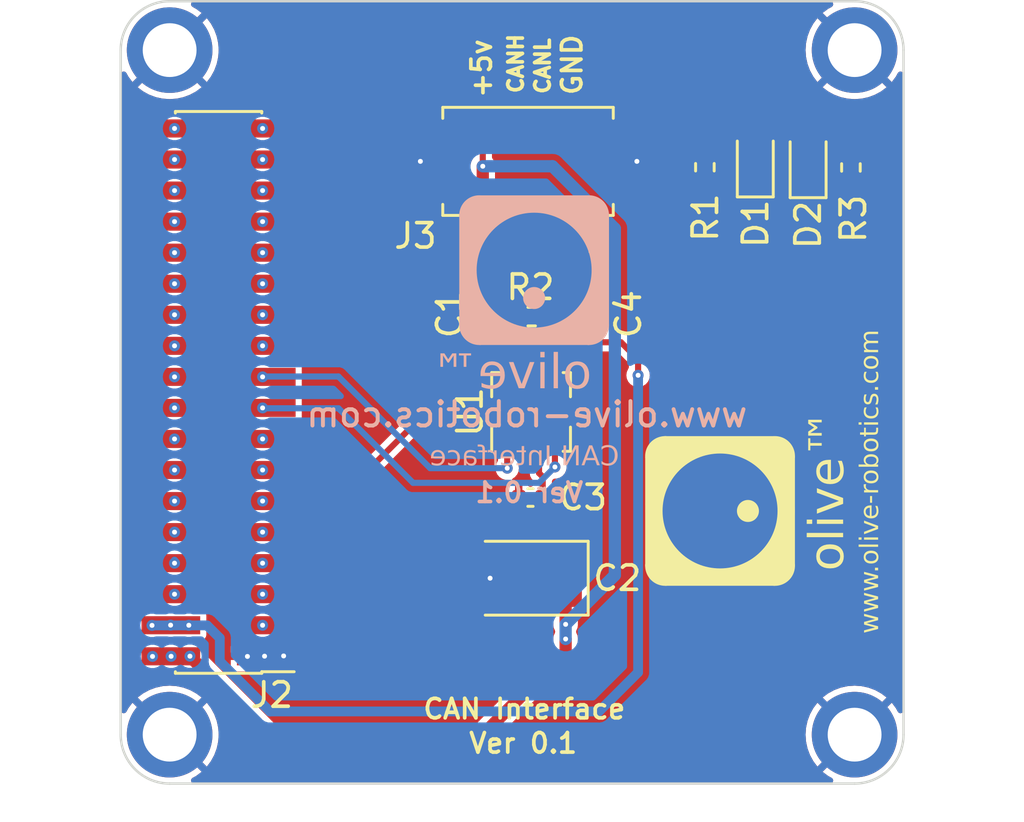
<source format=kicad_pcb>
(kicad_pcb (version 20221018) (generator pcbnew)
  (layers (0 "F.Cu" signal) (31 "B.Cu" signal) (34 "B.Paste" user) (35 "F.Paste" user) (36 "B.SilkS" user "B.Silkscreen") (37 "F.SilkS" user "F.Silkscreen") (38 "B.Mask" user) (39 "F.Mask" user) (44 "Edge.Cuts" user))
  (net 0 "")
  (net 1 "GND")
  (net 2 "+5V")
  (net 3 "+3V3")
  (net 4 "/I2C1_SCL")
  (net 5 "/I2C1_SDA")
  (net 6 "Net-(D1-K)")
  (net 7 "/USB_OSD_D_N")
  (net 8 "/USB_OSD_D_P")
  (net 9 "/CAN_ST")
  (net 10 "/CAN_RX")
  (net 11 "/OSD_ADC_1")
  (net 12 "/CAN_TX")
  (net 13 "/OSD_ADC_0")
  (net 14 "/I2C6_SDA")
  (net 15 "/I2C6_SCL")
  (net 16 "/TTL_TXD")
  (net 17 "/TTL_RXD")
  (net 18 "/USB_OSD1_D_P")
  (net 19 "/USB_OSD1_D_N")
  (net 20 "/OSD_PWM_3")
  (net 21 "/OSD_ADC_6")
  (net 22 "/OSD_ADC_5")
  (net 23 "/OSD_ADC_7")
  (net 24 "/OSD_ADC_3")
  (net 25 "/OSD_ADC_2")
  (net 26 "/OSD_PWM_2")
  (net 27 "/OSD_ADC_4")
  (net 28 "/OSD_PWM_1")
  (net 29 "/OSD_PWM_0")
  (net 30 "/OSD_PWM_7")
  (net 31 "/OSD_PWM_6")
  (net 32 "/OSD_PWM_4")
  (net 33 "/OSD_PWM_5")
  (net 34 "/SPI-NSS")
  (net 35 "/SPI-CLK")
  (net 36 "/SPI-MISO")
  (net 37 "/SPI-MOSI")
  (net 38 "Net-(D2-K)")
  (net 39 "Net-(J3-Pin_2)")
  (net 40 "Net-(J3-Pin_3)")
  (footprint "Resistor_SMD:R_0402_1005Metric" (layer "F.Cu") (at 16.8 -19.1 180)
    (fp_text reference "R2" (at 0.05 1.2) (layer "F.SilkS"))
    (fp_text value "120R (DNP)")
    (fp_line (start -0.153641 -0.38) (end 0.153641 -0.38) (stroke (width 0.12)) (layer "F.SilkS"))
    (fp_line (start -0.153641 0.38) (end 0.153641 0.38) (stroke (width 0.12)) (layer "F.SilkS"))
    (pad "1" smd roundrect (at -0.51 0 180) (size 0.54 0.64) (layers "F.Cu" "F.Paste" "F.Mask") (net 39 "Net-(J3-Pin_2)"))
    (pad "2" smd roundrect (at 0.51 0 180) (size 0.54 0.64) (layers "F.Cu" "F.Paste" "F.Mask") (net 40 "Net-(J3-Pin_3)"))
  )
  (footprint "Capacitor_SMD:C_0402_1005Metric" (layer "F.Cu") (at 19.45 -19.17 90)
    (fp_text reference "C4" (at 0.03 1.3 90) (layer "F.SilkS"))
    (fp_text value "100nF")
    (fp_line (start -0.107836 -0.36) (end 0.107836 -0.36) (stroke (width 0.12)) (layer "F.SilkS"))
    (fp_line (start -0.107836 0.36) (end 0.107836 0.36) (stroke (width 0.12)) (layer "F.SilkS"))
    (pad "1" smd roundrect (at -0.48 0 90) (size 0.56 0.62) (layers "F.Cu" "F.Paste" "F.Mask") (net 3 "+3V3"))
    (pad "2" smd roundrect (at 0.48 0 90) (size 0.56 0.62) (layers "F.Cu" "F.Paste" "F.Mask") (net 1 "GND"))
  )
  (footprint "Connector_PinHeader_1.27mm:PinHeader_2x18_P1.27mm_Vertical_SMD" (layer "F.Cu") (at 4 -16 180)
    (fp_text reference "J2" (at -2.18 -12.38 180) (layer "F.SilkS"))
    (fp_text value "Conn_02x18_Odd_Even")
    (fp_line (start -3.09 -11.425) (end -1.765 -11.425) (stroke (width 0.12)) (layer "F.SilkS"))
    (fp_line (start -1.765 -11.49) (end -1.765 -11.425) (stroke (width 0.12)) (layer "F.SilkS"))
    (fp_line (start -1.765 -11.49) (end 1.765 -11.49) (stroke (width 0.12)) (layer "F.SilkS"))
    (fp_line (start -1.765 11.425) (end -1.765 11.49) (stroke (width 0.12)) (layer "F.SilkS"))
    (fp_line (start -1.765 11.49) (end 1.765 11.49) (stroke (width 0.12)) (layer "F.SilkS"))
    (fp_line (start 1.765 -11.49) (end 1.765 -11.425) (stroke (width 0.12)) (layer "F.SilkS"))
    (fp_line (start 1.765 11.425) (end 1.765 11.49) (stroke (width 0.12)) (layer "F.SilkS"))
    (pad "1" smd rect (at -1.95 -10.795 180) (size 2.4 0.74) (layers "F.Cu" "F.Paste" "F.Mask") (net 1 "GND"))
    (pad "2" smd rect (at 1.95 -10.795 180) (size 2.4 0.74) (layers "F.Cu" "F.Paste" "F.Mask") (net 2 "+5V"))
    (pad "3" smd rect (at -1.95 -9.525 180) (size 2.4 0.74) (layers "F.Cu" "F.Paste" "F.Mask") (net 9 "/CAN_ST"))
    (pad "4" smd rect (at 1.95 -9.525 180) (size 2.4 0.74) (layers "F.Cu" "F.Paste" "F.Mask") (net 3 "+3V3"))
    (pad "5" smd rect (at -1.95 -8.255 180) (size 2.4 0.74) (layers "F.Cu" "F.Paste" "F.Mask") (net 34 "/SPI-NSS"))
    (pad "6" smd rect (at 1.95 -8.255 180) (size 2.4 0.74) (layers "F.Cu" "F.Paste" "F.Mask") (net 18 "/USB_OSD1_D_P"))
    (pad "7" smd rect (at -1.95 -6.985 180) (size 2.4 0.74) (layers "F.Cu" "F.Paste" "F.Mask") (net 35 "/SPI-CLK"))
    (pad "8" smd rect (at 1.95 -6.985 180) (size 2.4 0.74) (layers "F.Cu" "F.Paste" "F.Mask") (net 19 "/USB_OSD1_D_N"))
    (pad "9" smd rect (at -1.95 -5.715 180) (size 2.4 0.74) (layers "F.Cu" "F.Paste" "F.Mask") (net 36 "/SPI-MISO"))
    (pad "10" smd rect (at 1.95 -5.715 180) (size 2.4 0.74) (layers "F.Cu" "F.Paste" "F.Mask") (net 8 "/USB_OSD_D_P"))
    (pad "11" smd rect (at -1.95 -4.445 180) (size 2.4 0.74) (layers "F.Cu" "F.Paste" "F.Mask") (net 37 "/SPI-MOSI"))
    (pad "12" smd rect (at 1.95 -4.445 180) (size 2.4 0.74) (layers "F.Cu" "F.Paste" "F.Mask") (net 7 "/USB_OSD_D_N"))
    (pad "13" smd rect (at -1.95 -3.175 180) (size 2.4 0.74) (layers "F.Cu" "F.Paste" "F.Mask") (net 5 "/I2C1_SDA"))
    (pad "14" smd rect (at 1.95 -3.175 180) (size 2.4 0.74) (layers "F.Cu" "F.Paste" "F.Mask") (net 14 "/I2C6_SDA"))
    (pad "15" smd rect (at -1.95 -1.905 180) (size 2.4 0.74) (layers "F.Cu" "F.Paste" "F.Mask") (net 4 "/I2C1_SCL"))
    (pad "16" smd rect (at 1.95 -1.905 180) (size 2.4 0.74) (layers "F.Cu" "F.Paste" "F.Mask") (net 15 "/I2C6_SCL"))
    (pad "17" smd rect (at -1.95 -0.635 180) (size 2.4 0.74) (layers "F.Cu" "F.Paste" "F.Mask") (net 10 "/CAN_RX"))
    (pad "18" smd rect (at 1.95 -0.635 180) (size 2.4 0.74) (layers "F.Cu" "F.Paste" "F.Mask") (net 17 "/TTL_RXD"))
    (pad "19" smd rect (at -1.95 0.635 180) (size 2.4 0.74) (layers "F.Cu" "F.Paste" "F.Mask") (net 12 "/CAN_TX"))
    (pad "20" smd rect (at 1.95 0.635 180) (size 2.4 0.74) (layers "F.Cu" "F.Paste" "F.Mask") (net 16 "/TTL_TXD"))
    (pad "21" smd rect (at -1.95 1.905 180) (size 2.4 0.74) (layers "F.Cu" "F.Paste" "F.Mask") (net 29 "/OSD_PWM_0"))
    (pad "22" smd rect (at 1.95 1.905 180) (size 2.4 0.74) (layers "F.Cu" "F.Paste" "F.Mask") (net 23 "/OSD_ADC_7"))
    (pad "23" smd rect (at -1.95 3.175 180) (size 2.4 0.74) (layers "F.Cu" "F.Paste" "F.Mask") (net 28 "/OSD_PWM_1"))
    (pad "24" smd rect (at 1.95 3.175 180) (size 2.4 0.74) (layers "F.Cu" "F.Paste" "F.Mask") (net 21 "/OSD_ADC_6"))
    (pad "25" smd rect (at -1.95 4.445 180) (size 2.4 0.74) (layers "F.Cu" "F.Paste" "F.Mask") (net 26 "/OSD_PWM_2"))
    (pad "26" smd rect (at 1.95 4.445 180) (size 2.4 0.74) (layers "F.Cu" "F.Paste" "F.Mask") (net 22 "/OSD_ADC_5"))
    (pad "27" smd rect (at -1.95 5.715 180) (size 2.4 0.74) (layers "F.Cu" "F.Paste" "F.Mask") (net 20 "/OSD_PWM_3"))
    (pad "28" smd rect (at 1.95 5.715 180) (size 2.4 0.74) (layers "F.Cu" "F.Paste" "F.Mask") (net 27 "/OSD_ADC_4"))
    (pad "29" smd rect (at -1.95 6.985 180) (size 2.4 0.74) (layers "F.Cu" "F.Paste" "F.Mask") (net 32 "/OSD_PWM_4"))
    (pad "30" smd rect (at 1.95 6.985 180) (size 2.4 0.74) (layers "F.Cu" "F.Paste" "F.Mask") (net 24 "/OSD_ADC_3"))
    (pad "31" smd rect (at -1.95 8.255 180) (size 2.4 0.74) (layers "F.Cu" "F.Paste" "F.Mask") (net 33 "/OSD_PWM_5"))
    (pad "32" smd rect (at 1.95 8.255 180) (size 2.4 0.74) (layers "F.Cu" "F.Paste" "F.Mask") (net 25 "/OSD_ADC_2"))
    (pad "33" smd rect (at -1.95 9.525 180) (size 2.4 0.74) (layers "F.Cu" "F.Paste" "F.Mask") (net 31 "/OSD_PWM_6"))
    (pad "34" smd rect (at 1.95 9.525 180) (size 2.4 0.74) (layers "F.Cu" "F.Paste" "F.Mask") (net 11 "/OSD_ADC_1"))
    (pad "35" smd rect (at -1.95 10.795 180) (size 2.4 0.74) (layers "F.Cu" "F.Paste" "F.Mask") (net 30 "/OSD_PWM_7"))
    (pad "36" smd rect (at 1.95 10.795 180) (size 2.4 0.74) (layers "F.Cu" "F.Paste" "F.Mask") (net 13 "/OSD_ADC_0"))
  )
  (footprint "olive:Texas_DRB0008A-X" (layer "F.Cu") (at 16.775 -15.2 90)
    (fp_text reference "U1" (at 0 -2.5 90) (layer "F.SilkS"))
    (fp_text value "TCAN1051HGV-Q1")
    (fp_line (start -1.61 -1.61) (end -0.62 -1.61) (stroke (width 0.12)) (layer "F.SilkS"))
    (fp_line (start -1.61 1.61) (end -1.61 1.31) (stroke (width 0.12)) (layer "F.SilkS"))
    (fp_line (start -1.61 1.61) (end -0.62 1.61) (stroke (width 0.12)) (layer "F.SilkS"))
    (fp_line (start 0.62 -1.61) (end 1.61 -1.61) (stroke (width 0.12)) (layer "F.SilkS"))
    (fp_line (start 0.62 1.61) (end 1.61 1.61) (stroke (width 0.12)) (layer "F.SilkS"))
    (fp_line (start 1.61 -1.61) (end 1.61 -1.31) (stroke (width 0.12)) (layer "F.SilkS"))
    (fp_line (start 1.61 1.61) (end 1.61 1.31) (stroke (width 0.12)) (layer "F.SilkS"))
    (pad "1" smd roundrect (at -1.4 -0.975 90) (size 0.6 0.31) (layers "F.Cu" "F.Paste" "F.Mask") (roundrect_rratio 0.16) (net 12 "/CAN_TX"))
    (pad "2" smd roundrect (at -1.4 -0.325 90) (size 0.6 0.31) (layers "F.Cu" "F.Paste" "F.Mask") (roundrect_rratio 0.16) (net 1 "GND"))
    (pad "3" smd roundrect (at -1.4 0.325 90) (size 0.6 0.31) (layers "F.Cu" "F.Paste" "F.Mask") (roundrect_rratio 0.16) (net 2 "+5V"))
    (pad "4" smd roundrect (at -1.4 0.975 90) (size 0.6 0.31) (layers "F.Cu" "F.Paste" "F.Mask") (roundrect_rratio 0.16) (net 10 "/CAN_RX"))
    (pad "5" smd roundrect (at 1.4 0.975 90) (size 0.6 0.31) (layers "F.Cu" "F.Paste" "F.Mask") (roundrect_rratio 0.16) (net 3 "+3V3"))
    (pad "6" smd roundrect (at 1.4 0.325 90) (size 0.6 0.31) (layers "F.Cu" "F.Paste" "F.Mask") (roundrect_rratio 0.16) (net 39 "Net-(J3-Pin_2)"))
    (pad "7" smd roundrect (at 1.4 -0.325 90) (size 0.6 0.31) (layers "F.Cu" "F.Paste" "F.Mask") (roundrect_rratio 0.16) (net 40 "Net-(J3-Pin_3)"))
    (pad "8" smd roundrect (at 1.4 -0.975 90) (size 0.6 0.31) (layers "F.Cu" "F.Paste" "F.Mask") (roundrect_rratio 0.16) (net 9 "/CAN_ST"))
    (pad "9" smd roundrect (at 0 0 90) (size 1.5 1.75) (layers "F.Cu" "F.Mask") (roundrect_rratio 0.034))
  )
  (footprint "Capacitor_Tantalum_SMD:CP_EIA-3528-21_Kemet-B" (layer "F.Cu") (at 16.65 -8.4 180)
    (fp_text reference "C2" (at -3.65 0) (layer "F.SilkS"))
    (fp_text value "220uF 6.3v Case(mm)3228")
    (fp_line (start -2.46 -1.51) (end -2.46 1.51) (stroke (width 0.12)) (layer "F.SilkS"))
    (fp_line (start -2.46 1.51) (end 1.75 1.51) (stroke (width 0.12)) (layer "F.SilkS"))
    (fp_line (start 1.75 -1.51) (end -2.46 -1.51) (stroke (width 0.12)) (layer "F.SilkS"))
    (pad "1" smd roundrect (at -1.5375 0 180) (size 1.325 2.35) (layers "F.Cu" "F.Paste" "F.Mask") (roundrect_rratio 0.1886792453) (net 2 "+5V"))
    (pad "2" smd roundrect (at 1.5375 0 180) (size 1.325 2.35) (layers "F.Cu" "F.Paste" "F.Mask") (roundrect_rratio 0.1886792453) (net 1 "GND"))
  )
  (footprint "MountingHole:MountingHole_2.2mm_M2_ISO7380_Pad" (layer "F.Cu") (at 2 -30)
    (fp_text reference "H3" hide)
    (fp_text value "MountingHole_Pad")
    (pad "1" thru_hole circle locked (at 0 0) (size 3.5 3.5) (drill 2.2) (layers "*.Cu" "*.Mask") (net 1 "GND"))
  )
  (footprint "Capacitor_SMD:C_0402_1005Metric" (layer "F.Cu") (at 16.75 -11.7 180)
    (fp_text reference "C3" (at -2.15 0) (layer "F.SilkS"))
    (fp_text value "100nF")
    (fp_line (start -0.107836 -0.36) (end 0.107836 -0.36) (stroke (width 0.12)) (layer "F.SilkS"))
    (fp_line (start -0.107836 0.36) (end 0.107836 0.36) (stroke (width 0.12)) (layer "F.SilkS"))
    (pad "1" smd roundrect (at -0.48 0 180) (size 0.56 0.62) (layers "F.Cu" "F.Paste" "F.Mask") (net 2 "+5V"))
    (pad "2" smd roundrect (at 0.48 0 180) (size 0.56 0.62) (layers "F.Cu" "F.Paste" "F.Mask") (net 1 "GND"))
  )
  (footprint "LED_SMD:LED_0603_1608Metric" (layer "F.Cu") (at 28.1 -25.45 90)
    (fp_text reference "D2" (at -2.6 0 90) (layer "F.SilkS"))
    (fp_text value "LED")
    (fp_line (start -1.485 -0.735) (end -1.485 0.735) (stroke (width 0.12)) (layer "F.SilkS"))
    (fp_line (start -1.485 0.735) (end 0.8 0.735) (stroke (width 0.12)) (layer "F.SilkS"))
    (fp_line (start 0.8 -0.735) (end -1.485 -0.735) (stroke (width 0.12)) (layer "F.SilkS"))
    (pad "1" smd roundrect (at -0.7875 0 90) (size 0.875 0.95) (layers "F.Cu" "F.Paste" "F.Mask") (net 38 "Net-(D2-K)"))
    (pad "2" smd roundrect (at 0.7875 0 90) (size 0.875 0.95) (layers "F.Cu" "F.Paste" "F.Mask") (net 29 "/OSD_PWM_0"))
  )
  (footprint "Symbol:OLV-Logo_6x6mm_SilkScreen" (layer "F.Cu") (at 24.5 -11.15 90)
    (fp_text reference "REF**" hide)
    (fp_text value "OLV-Logo_6x6mm_SilkScreen" hide)
    (fp_line (start -3.000443 2.22) (end -3 -2.22) (stroke (width 0.12)) (layer "F.SilkS"))
    (fp_line (start -2.24 -3) (end 2.18 -3) (stroke (width 0.12)) (layer "F.SilkS"))
    (fp_line (start 2.22 3.000443) (end -2.24 3.000443) (stroke (width 0.12)) (layer "F.SilkS"))
    (fp_line (start 3.000443 -2.26) (end 3.000443 2.200443) (stroke (width 0.12)) (layer "F.SilkS"))
    (fp_arc (start -3 -2.2) (mid -2.779557 -2.779557) (end -2.2 -3) (stroke (width 0.12)) (layer "F.SilkS"))
    (fp_arc (start -2.200443 3.000443) (mid -2.78 2.78) (end -3.000443 2.200443) (stroke (width 0.12)) (layer "F.SilkS"))
    (fp_arc (start 2.200443 -3.000443) (mid 2.78 -2.78) (end 3.000443 -2.200443) (stroke (width 0.12)) (layer "F.SilkS"))
    (fp_arc (start 3.000443 2.200443) (mid 2.78 2.78) (end 2.200443 3.000443) (stroke (width 0.12)) (layer "F.SilkS"))
    (fp_circle (center 0 0) (end 2.7 0) (stroke (width 0.7)) (fill none) (layer "F.SilkS"))
    (fp_circle (center 0 1.14) (end 0.4 1.14) (stroke (width 0.1)) (fill solid) (layer "F.SilkS"))
    (fp_poly (pts (xy -2.93 -2.32) (xy -2.84 -2.6) (xy -2.54 -2.92) (xy -2.09 -2.98) (xy -0.53 -2.99) (xy -0.41 -2.92) (xy -2.03 -1.43) (xy -2.96 -0.26)) (stroke (width 0.1)) (fill solid) (layer "F.SilkS"))
    (fp_poly (pts (xy -2.3 2.96) (xy -2.58 2.87) (xy -2.9 2.57) (xy -2.96 2.12) (xy -2.97 0.56) (xy -2.9 0.44) (xy -1.41 2.06) (xy -0.24 2.99)) (stroke (width 0.1)) (fill solid) (layer "F.SilkS"))
    (fp_poly (pts (xy 2.3 -2.97) (xy 2.58 -2.88) (xy 2.9 -2.58) (xy 2.96 -2.13) (xy 2.97 -0.57) (xy 2.9 -0.45) (xy 1.41 -2.07) (xy 0.24 -3)) (stroke (width 0.1)) (fill solid) (layer "F.SilkS"))
    (fp_poly (pts (xy 2.95 2.31) (xy 2.86 2.59) (xy 2.56 2.91) (xy 2.11 2.97) (xy 0.55 2.98) (xy 0.43 2.91) (xy 2.05 1.42) (xy 2.98 0.25)) (stroke (width 0.1)) (fill solid) (layer "F.SilkS"))
  )
  (footprint "Resistor_SMD:R_0402_1005Metric" (layer "F.Cu") (at 29.85 -25.2 -90)
    (fp_text reference "R3" (at 2.1 -0.1 90) (layer "F.SilkS"))
    (fp_text value "1K")
    (fp_line (start -0.153641 -0.38) (end 0.153641 -0.38) (stroke (width 0.12)) (layer "F.SilkS"))
    (fp_line (start -0.153641 0.38) (end 0.153641 0.38) (stroke (width 0.12)) (layer "F.SilkS"))
    (pad "1" smd roundrect (at -0.51 0 270) (size 0.54 0.64) (layers "F.Cu" "F.Paste" "F.Mask") (net 1 "GND"))
    (pad "2" smd roundrect (at 0.51 0 270) (size 0.54 0.64) (layers "F.Cu" "F.Paste" "F.Mask") (net 38 "Net-(D2-K)"))
  )
  (footprint "MountingHole:MountingHole_2.2mm_M2_ISO7380_Pad" (layer "F.Cu") (at 2 -2)
    (fp_text reference "H1" hide)
    (fp_text value "MountingHole_Pad")
    (pad "1" thru_hole circle locked (at 0 0) (size 3.5 3.5) (drill 2.2) (layers "*.Cu" "*.Mask") (net 1 "GND"))
  )
  (footprint "Connector_Molex:Molex_PicoBlade_53261-0471_1x04-1MP_P1.25mm_Horizontal" (layer "F.Cu") (at 16.65 -24.95 180)
    (fp_text reference "J3" (at 4.6 -2.55) (layer "F.SilkS"))
    (fp_text value "Conn_01x04_Male")
    (fp_line (start -3.485 -1.71) (end -2.535 -1.71) (stroke (width 0.12)) (layer "F.SilkS"))
    (fp_line (start -3.485 -1.26) (end -3.485 -1.71) (stroke (width 0.12)) (layer "F.SilkS"))
    (fp_line (start -3.485 2.26) (end -3.485 2.71) (stroke (width 0.12)) (layer "F.SilkS"))
    (fp_line (start -3.485 2.71) (end 3.485 2.71) (stroke (width 0.12)) (layer "F.SilkS"))
    (fp_line (start -2.535 -1.71) (end -2.535 -3.2) (stroke (width 0.12)) (layer "F.SilkS"))
    (fp_line (start 3.485 -1.71) (end 2.535 -1.71) (stroke (width 0.12)) (layer "F.SilkS"))
    (fp_line (start 3.485 -1.26) (end 3.485 -1.71) (stroke (width 0.12)) (layer "F.SilkS"))
    (fp_line (start 3.485 2.71) (end 3.485 2.26) (stroke (width 0.12)) (layer "F.SilkS"))
    (pad "1" smd roundrect (at -1.875 -2.4 180) (size 0.8 1.6) (layers "F.Cu" "F.Paste" "F.Mask") (net 1 "GND"))
    (pad "2" smd roundrect (at -0.625 -2.4 180) (size 0.8 1.6) (layers "F.Cu" "F.Paste" "F.Mask") (net 39 "Net-(J3-Pin_2)"))
    (pad "3" smd roundrect (at 0.625 -2.4 180) (size 0.8 1.6) (layers "F.Cu" "F.Paste" "F.Mask") (net 40 "Net-(J3-Pin_3)"))
    (pad "4" smd roundrect (at 1.875 -2.4 180) (size 0.8 1.6) (layers "F.Cu" "F.Paste" "F.Mask") (net 2 "+5V"))
    (pad "MP" smd roundrect (at -4.425 0.5 180) (size 2.1 3) (layers "F.Cu" "F.Paste" "F.Mask") (roundrect_rratio 0.119048) (net 1 "GND"))
    (pad "MP" smd roundrect (at 4.425 0.5 180) (size 2.1 3) (layers "F.Cu" "F.Paste" "F.Mask") (roundrect_rratio 0.119048) (net 1 "GND"))
  )
  (footprint "MountingHole:MountingHole_2.2mm_M2_ISO7380_Pad" (layer "F.Cu") (at 30 -30)
    (fp_text reference "H4" hide)
    (fp_text value "MountingHole_Pad")
    (pad "1" thru_hole circle locked (at 0 0) (size 3.5 3.5) (drill 2.2) (layers "*.Cu" "*.Mask") (net 1 "GND"))
  )
  (footprint "Resistor_SMD:R_0402_1005Metric" (layer "F.Cu") (at 23.88 -25.21 -90)
    (fp_text reference "R1" (at 2.06 -0.02 90) (layer "F.SilkS"))
    (fp_text value "10K")
    (fp_line (start -0.153641 -0.38) (end 0.153641 -0.38) (stroke (width 0.12)) (layer "F.SilkS"))
    (fp_line (start -0.153641 0.38) (end 0.153641 0.38) (stroke (width 0.12)) (layer "F.SilkS"))
    (pad "1" smd roundrect (at -0.51 0 270) (size 0.54 0.64) (layers "F.Cu" "F.Paste" "F.Mask") (net 1 "GND"))
    (pad "2" smd roundrect (at 0.51 0 270) (size 0.54 0.64) (layers "F.Cu" "F.Paste" "F.Mask") (net 6 "Net-(D1-K)"))
  )
  (footprint "MountingHole:MountingHole_2.2mm_M2_ISO7380_Pad" (layer "F.Cu") (at 30 -2)
    (fp_text reference "H2" hide)
    (fp_text value "MountingHole_Pad")
    (pad "1" thru_hole circle locked (at 0 0) (size 3.5 3.5) (drill 2.2) (layers "*.Cu" "*.Mask") (net 1 "GND"))
  )
  (footprint "LED_SMD:LED_0603_1608Metric" (layer "F.Cu") (at 25.94 -25.48 90)
    (fp_text reference "D1" (at -2.58 0.01 90) (layer "F.SilkS"))
    (fp_text value "LED")
    (fp_line (start -1.485 -0.735) (end -1.485 0.735) (stroke (width 0.12)) (layer "F.SilkS"))
    (fp_line (start -1.485 0.735) (end 0.8 0.735) (stroke (width 0.12)) (layer "F.SilkS"))
    (fp_line (start 0.8 -0.735) (end -1.485 -0.735) (stroke (width 0.12)) (layer "F.SilkS"))
    (pad "1" smd roundrect (at -0.7875 0 90) (size 0.875 0.95) (layers "F.Cu" "F.Paste" "F.Mask") (net 6 "Net-(D1-K)"))
    (pad "2" smd roundrect (at 0.7875 0 90) (size 0.875 0.95) (layers "F.Cu" "F.Paste" "F.Mask") (net 2 "+5V"))
  )
  (footprint "Capacitor_SMD:C_0402_1005Metric" (layer "F.Cu") (at 14.75 -19.13 -90)
    (fp_text reference "C1" (at -0.07 1.3 90) (layer "F.SilkS"))
    (fp_text value "100nF")
    (fp_line (start -0.107836 -0.36) (end 0.107836 -0.36) (stroke (width 0.12)) (layer "F.SilkS"))
    (fp_line (start -0.107836 0.36) (end 0.107836 0.36) (stroke (width 0.12)) (layer "F.SilkS"))
    (pad "1" smd roundrect (at -0.48 0 270) (size 0.56 0.62) (layers "F.Cu" "F.Paste" "F.Mask") (net 2 "+5V"))
    (pad "2" smd roundrect (at 0.48 0 270) (size 0.56 0.62) (layers "F.Cu" "F.Paste" "F.Mask") (net 1 "GND"))
  )
  (footprint "Symbol:OLV-Logo_6x6mm_SilkScreen" (layer "B.Cu") (at 16.9 -21 180)
    (fp_text reference "REF**" hide)
    (fp_text value "OLV-Logo_6x6mm_SilkScreen" hide)
    (fp_line (start -3.000443 -2.22) (end -3 2.22) (stroke (width 0.12)) (layer "B.SilkS"))
    (fp_line (start -2.24 3) (end 2.18 3) (stroke (width 0.12)) (layer "B.SilkS"))
    (fp_line (start 2.22 -3.000443) (end -2.24 -3.000443) (stroke (width 0.12)) (layer "B.SilkS"))
    (fp_line (start 3.000443 2.26) (end 3.000443 -2.200443) (stroke (width 0.12)) (layer "B.SilkS"))
    (fp_arc (start -3.000443 -2.200443) (mid -2.78 -2.78) (end -2.200443 -3.000443) (stroke (width 0.12)) (layer "B.SilkS"))
    (fp_arc (start -2.2 3) (mid -2.779557 2.779557) (end -3 2.2) (stroke (width 0.12)) (layer "B.SilkS"))
    (fp_arc (start 2.200443 -3.000443) (mid 2.78 -2.78) (end 3.000443 -2.200443) (stroke (width 0.12)) (layer "B.SilkS"))
    (fp_arc (start 3.000443 2.200443) (mid 2.78 2.78) (end 2.200443 3.000443) (stroke (width 0.12)) (layer "B.SilkS"))
    (fp_circle (center 0 -1.14) (end 0.4 -1.14) (stroke (width 0.1)) (fill solid) (layer "B.SilkS"))
    (fp_circle (center 0 0) (end 2.7 0) (stroke (width 0.7)) (fill none) (layer "B.SilkS"))
    (fp_poly (pts (xy -2.93 2.32) (xy -2.84 2.6) (xy -2.54 2.92) (xy -2.09 2.98) (xy -0.53 2.99) (xy -0.41 2.92) (xy -2.03 1.43) (xy -2.96 0.26)) (stroke (width 0.1)) (fill solid) (layer "B.SilkS"))
    (fp_poly (pts (xy -2.3 -2.96) (xy -2.58 -2.87) (xy -2.9 -2.57) (xy -2.96 -2.12) (xy -2.97 -0.56) (xy -2.9 -0.44) (xy -1.41 -2.06) (xy -0.24 -2.99)) (stroke (width 0.1)) (fill solid) (layer "B.SilkS"))
    (fp_poly (pts (xy 2.3 2.97) (xy 2.58 2.88) (xy 2.9 2.58) (xy 2.96 2.13) (xy 2.97 0.57) (xy 2.9 0.45) (xy 1.41 2.07) (xy 0.24 3)) (stroke (width 0.1)) (fill solid) (layer "B.SilkS"))
    (fp_poly (pts (xy 2.95 -2.31) (xy 2.86 -2.59) (xy 2.56 -2.91) (xy 2.11 -2.97) (xy 0.55 -2.98) (xy 0.43 -2.91) (xy 2.05 -1.42) (xy 2.98 -0.25)) (stroke (width 0.1)) (fill solid) (layer "B.SilkS"))
  )
  (gr_arc locked (start 32 -2) (mid 31.414214 -0.585786) (end 30 0) (stroke (width 0.1)) (layer "Edge.Cuts"))
  (gr_line locked (start 30 -32) (end 2 -32) (stroke (width 0.1)) (layer "Edge.Cuts"))
  (gr_arc locked (start 30 -32) (mid 31.414214 -31.414214) (end 32 -30) (stroke (width 0.1)) (layer "Edge.Cuts"))
  (gr_arc locked (start 2 0) (mid 0.585787 -0.585786) (end 0.000001 -2) (stroke (width 0.1)) (layer "Edge.Cuts"))
  (gr_line (start 0 -30) (end 0.000001 -2) (stroke (width 0.1)) (layer "Edge.Cuts"))
  (gr_line (start 30 0) (end 2 0) (stroke (width 0.1)) (layer "Edge.Cuts"))
  (gr_line (start 32 -2) (end 32 -30) (stroke (width 0.1)) (layer "Edge.Cuts"))
  (gr_arc locked (start 0 -30) (mid 0.585786 -31.414214) (end 2 -32) (stroke (width 0.1)) (layer "Edge.Cuts"))
  (gr_text "olive™" (at 15.95 -16.75) (layer "B.SilkS") (effects (font (size 1.4 1.4) (thickness 0.18)) (justify mirror)))
  (gr_text "www.olive-robotics.com" (at 16.6 -15.1) (layer "B.SilkS") (effects (font (size 1 1) (thickness 0.16)) (justify mirror)))
  (gr_text "Ver 0.1" (at 16.7 -11.9) (layer "B.SilkS") (effects (font (size 0.8 0.8)) (justify mirror)))
  (gr_text "CAN Interface" (at 16.5 -13.35) (layer "B.SilkS") (effects (font (size 0.8 0.8)) (justify mirror)))
  (gr_text "olive™" (at 28.95 -12 90) (layer "F.SilkS") (effects (font (size 1.4 1.4) (thickness 0.18))))
  (gr_text "CAN Interface" (at 16.5 -3.05) (layer "F.SilkS") (effects (font (size 0.8 0.8))))
  (gr_text "GND" (at 18.45 -29.4 90) (layer "F.SilkS") (effects (font (size 0.8 0.8))))
  (gr_text "Ver 0.1" (at 16.45 -1.65) (layer "F.SilkS") (effects (font (size 0.8 0.8))))
  (gr_text "www.olive-robotics.com" (at 30.65 -12.35 90) (layer "F.SilkS") (effects (font (size 0.75 0.75))))
  (gr_text "+5v" (at 14.75 -29.25 90) (layer "F.SilkS") (effects (font (size 0.8 0.8))))
  (gr_text "CANH" (at 16.15 -29.45 90) (layer "F.SilkS") (effects (font (size 0.6 0.6))))
  (gr_text "CANL" (at 17.25 -29.35 90) (layer "F.SilkS") (effects (font (size 0.6 0.6))))
  (segment (start 16.25 -11.72) (end 16.27 -11.7) (width 0.25) (layer "F.Cu") (net 1))
  (segment (start 16.25 -12.5) (end 16.25 -11.72) (width 0.25) (layer "F.Cu") (net 1))
  (segment (start 16.45 -12.7) (end 16.25 -12.5) (width 0.25) (layer "F.Cu") (net 1))
  (segment (start 15.1 -8.4) (end 15.1125 -8.4) (width 0.25) (layer "F.Cu") (net 1))
  (segment (start 29.532625 -30.415787) (end 29.950209 -29.998203) (width 0.2) (layer "F.Cu") (net 1))
  (segment (start 29.998203 -29.998203) (end 30 -30) (width 0.1) (layer "F.Cu") (net 1))
  (segment (start 29.950209 -29.998203) (end 29.998203 -29.998203) (width 0.1) (layer "F.Cu") (net 1))
  (segment (start 16.45 -13.8) (end 16.45 -12.7) (width 0.25) (layer "F.Cu") (net 1))
  (segment (start 15.1125 -10.5425) (end 15.1 -8.4) (width 0.25) (layer "F.Cu") (net 1))
  (segment (start 16.27 -11.7) (end 15.1125 -10.5425) (width 0.25) (layer "F.Cu") (net 1))
  (via (at 5.18 -5.2) (size 0.45) (drill 0.2) (layers "F.Cu" "B.Cu") (net 1))
  (via (at 5.88 -5.21) (size 0.45) (drill 0.2) (layers "F.Cu" "B.Cu") (net 1))
  (via (at 12.25 -25.45) (size 0.45) (drill 0.2) (layers "F.Cu" "B.Cu") (net 1))
  (via (at 21.1 -25.45) (size 0.45) (drill 0.2) (layers "F.Cu" "B.Cu") (net 1))
  (via (at 6.66 -5.22) (size 0.45) (drill 0.2) (layers "F.Cu" "B.Cu") (net 1))
  (via (at 15.1 -8.4) (size 0.45) (drill 0.2) (layers "F.Cu" "B.Cu") (net 1))
  (segment (start 18.1875 -10.7425) (end 18.1875 -8.4) (width 0.25) (layer "F.Cu") (net 2))
  (segment (start 17.1 -13.8) (end 17.1 -12.7) (width 0.25) (layer "F.Cu") (net 2))
  (segment (start 14.8 -22.575) (end 14.775 -22.55) (width 0.25) (layer "F.Cu") (net 2))
  (segment (start 14.8 -25.25) (end 14.8 -22.575) (width 0.5) (layer "F.Cu") (net 2))
  (segment (start 18.1875 -6.5125) (end 18.1875 -8.4) (width 0.5) (layer "F.Cu") (net 2))
  (segment (start 17.23 -11.7) (end 18.1875 -10.7425) (width 0.25) (layer "F.Cu") (net 2))
  (segment (start 25.9 -26.3075) (end 25.9 -29.15) (width 0.25) (layer "F.Cu") (net 2))
  (segment (start 14.8 -28.75) (end 14.8 -25.25) (width 0.25) (layer "F.Cu") (net 2))
  (segment (start 16.2 -30.15) (end 14.8 -28.75) (width 0.25) (layer "F.Cu") (net 2))
  (segment (start 24.9 -30.15) (end 16.2 -30.15) (width 0.25) (layer "F.Cu") (net 2))
  (segment (start 14.58 -1.78) (end 6.25 -1.78) (width 0.5) (layer "F.Cu") (net 2))
  (segment (start 25.9 -29.15) (end 24.9 -30.15) (width 0.25) (layer "F.Cu") (net 2))
  (segment (start 6.25 -1.78) (end 2.83 -5.2) (width 0.5) (layer "F.Cu") (net 2))
  (segment (start 17.25 -12.55) (end 17.25 -11.72) (width 0.25) (layer "F.Cu") (net 2))
  (segment (start 17.1 -12.7) (end 17.25 -12.55) (width 0.25) (layer "F.Cu") (net 2))
  (segment (start 25.94 -26.2675) (end 25.9 -26.3075) (width 0.25) (layer "F.Cu") (net 2))
  (segment (start 17.25 -11.72) (end 17.23 -11.7) (width 0.25) (layer "F.Cu") (net 2))
  (segment (start 18.1875 -5.3875) (end 14.58 -1.78) (width 0.5) (layer "F.Cu") (net 2))
  (segment (start 2.83 -5.2) (end 2.83 -5.21) (width 0.5) (layer "F.Cu") (net 2))
  (segment (start 14.75 -19.61) (end 14.75 -22.525) (width 0.25) (layer "F.Cu") (net 2))
  (segment (start 14.75 -22.525) (end 14.775 -22.55) (width 0.25) (layer "F.Cu") (net 2))
  (segment (start 18.1875 -5.9125) (end 18.1875 -5.3875) (width 0.5) (layer "F.Cu") (net 2))
  (via (at 18.1875 -6.5125) (size 0.45) (drill 0.2) (layers "F.Cu" "B.Cu") (net 2))
  (via (at 14.8 -25.25) (size 0.45) (drill 0.2) (layers "F.Cu" "B.Cu") (net 2))
  (via (at 18.1875 -5.9125) (size 0.45) (drill 0.2) (layers "F.Cu" "B.Cu") (net 2))
  (via (at 1.3 -5.2) (size 0.45) (drill 0.2) (layers "F.Cu" "B.Cu") (net 2))
  (via (at 2.06 -5.205) (size 0.45) (drill 0.2) (layers "F.Cu" "B.Cu") (net 2))
  (via (at 2.83 -5.21) (size 0.45) (drill 0.2) (layers "F.Cu" "B.Cu") (net 2))
  (segment (start 20.2 -22.7) (end 17.65 -25.25) (width 0.5) (layer "B.Cu") (net 2))
  (segment (start 20.2 -8.525) (end 20.2 -22.7) (width 0.5) (layer "B.Cu") (net 2))
  (segment (start 18.1875 -6.5125) (end 20.2 -8.525) (width 0.5) (layer "B.Cu") (net 2))
  (segment (start 17.65 -25.25) (end 14.8 -25.25) (width 0.5) (layer "B.Cu") (net 2))
  (segment (start 18.1875 -5.9125) (end 18.1875 -6.5125) (width 0.5) (layer "B.Cu") (net 2))
  (segment (start 17.75 -16.6) (end 17.75 -17.35) (width 0.25) (layer "F.Cu") (net 3))
  (segment (start 20.45 -18.05) (end 21.15 -17.35) (width 0.25) (layer "F.Cu") (net 3))
  (segment (start 18.45 -18.05) (end 19.45 -18.05) (width 0.25) (layer "F.Cu") (net 3))
  (segment (start 19.45 -18.05) (end 20.45 -18.05) (width 0.25) (layer "F.Cu") (net 3))
  (segment (start 19.45 -18.69) (end 19.45 -18.05) (width 0.25) (layer "F.Cu") (net 3))
  (segment (start 17.75 -17.35) (end 18.45 -18.05) (width 0.25) (layer "F.Cu") (net 3))
  (segment (start 21.15 -17.35) (end 21.15 -16.7) (width 0.25) (layer "F.Cu") (net 3))
  (via (at 1.28 -6.47) (size 0.45) (drill 0.2) (layers "F.Cu" "B.Cu") (net 3))
  (via (at 2.04 -6.48) (size 0.45) (drill 0.2) (layers "F.Cu" "B.Cu") (net 3))
  (via (at 21.15 -16.7) (size 0.45) (drill 0.2) (layers "F.Cu" "B.Cu") (net 3))
  (via (at 2.784602 -6.475) (size 0.45) (drill 0.2) (layers "F.Cu" "B.Cu") (net 3))
  (segment (start 4.05 -5) (end 6.1 -2.95) (width 0.4) (layer "B.Cu") (net 3))
  (segment (start 6.1 -2.95) (end 19.55 -2.95) (width 0.4) (layer "B.Cu") (net 3))
  (segment (start 1.28 -6.47) (end 3.53 -6.47) (width 0.4) (layer "B.Cu") (net 3))
  (segment (start 4.05 -5.95) (end 4.05 -5) (width 0.4) (layer "B.Cu") (net 3))
  (segment (start 21.15 -4.55) (end 21.15 -16.7) (width 0.4) (layer "B.Cu") (net 3))
  (segment (start 19.55 -2.95) (end 21.15 -4.55) (width 0.4) (layer "B.Cu") (net 3))
  (segment (start 3.53 -6.47) (end 4.05 -5.95) (width 0.4) (layer "B.Cu") (net 3))
  (via (at 5.8 -14.095) (size 0.45) (drill 0.2) (layers "F.Cu" "B.Cu") (net 4))
  (via (at 5.8 -12.825) (size 0.45) (drill 0.2) (layers "F.Cu" "B.Cu") (net 5))
  (segment (start 23.88 -24.7) (end 25.9325 -24.7) (width 0.4) (layer "F.Cu") (net 6))
  (segment (start 25.9325 -24.7) (end 25.94 -24.6925) (width 0.1) (layer "F.Cu") (net 6))
  (via (at 2.2 -11.555) (size 0.45) (drill 0.2) (layers "F.Cu" "B.Cu") (net 7))
  (via (at 2.2 -10.285) (size 0.45) (drill 0.2) (layers "F.Cu" "B.Cu") (net 8))
  (segment (start 5.955 -6.47) (end 5.95 -6.475) (width 0.5) (layer "F.Cu") (net 9))
  (segment (start 9.25 -11.95) (end 9.25 -6.9) (width 0.25) (layer "F.Cu") (net 9))
  (segment (start 13.9 -16.6) (end 9.25 -11.95) (width 0.25) (layer "F.Cu") (net 9))
  (segment (start 15.8 -16.6) (end 13.9 -16.6) (width 0.25) (layer "F.Cu") (net 9))
  (segment (start 9.25 -6.9) (end 8.825 -6.475) (width 0.25) (layer "F.Cu") (net 9))
  (segment (start 8.825 -6.475) (end 5.8 -6.475) (width 0.25) (layer "F.Cu") (net 9))
  (via (at 5.8 -6.475) (size 0.45) (drill 0.2) (layers "F.Cu" "B.Cu") (net 9))
  (segment (start 17.75 -13.8) (end 17.75 -12.95) (width 0.25) (layer "F.Cu") (net 10))
  (via (at 5.8 -15.365) (size 0.45) (drill 0.2) (layers "F.Cu" "B.Cu") (net 10))
  (via (at 17.75 -12.95) (size 0.45) (drill 0.2) (layers "F.Cu" "B.Cu") (net 10))
  (segment (start 17.1 -12.3) (end 11.95 -12.3) (width 0.25) (layer "B.Cu") (net 10))
  (segment (start 5.815 -15.35) (end 5.8 -15.365) (width 0.25) (layer "B.Cu") (net 10))
  (segment (start 17.75 -12.95) (end 17.1 -12.3) (width 0.25) (layer "B.Cu") (net 10))
  (segment (start 8.9 -15.35) (end 5.815 -15.35) (width 0.25) (layer "B.Cu") (net 10))
  (segment (start 11.95 -12.3) (end 8.9 -15.35) (width 0.25) (layer "B.Cu") (net 10))
  (via (at 2.2 -25.525) (size 0.45) (drill 0.2) (layers "F.Cu" "B.Cu") (net 11))
  (segment (start 15.8 -13.8) (end 15.8 -12.9) (width 0.25) (layer "F.Cu") (net 12))
  (segment (start 15.8 -12.9) (end 15.8 -12.85) (width 0.25) (layer "F.Cu") (net 12))
  (via (at 15.8 -12.9) (size 0.45) (drill 0.2) (layers "F.Cu" "B.Cu") (net 12))
  (via (at 5.8 -16.635) (size 0.45) (drill 0.2) (layers "F.Cu" "B.Cu") (net 12))
  (segment (start 8.9 -16.65) (end 5.815 -16.65) (width 0.25) (layer "B.Cu") (net 12))
  (segment (start 5.815 -16.65) (end 5.8 -16.635) (width 0.25) (layer "B.Cu") (net 12))
  (segment (start 15.8 -12.9) (end 12.65 -12.9) (width 0.25) (layer "B.Cu") (net 12))
  (segment (start 12.65 -12.9) (end 8.9 -16.65) (width 0.25) (layer "B.Cu") (net 12))
  (via (at 2.2 -26.795) (size 0.45) (drill 0.2) (layers "F.Cu" "B.Cu") (net 13))
  (via (at 2.2 -12.825) (size 0.45) (drill 0.2) (layers "F.Cu" "B.Cu") (net 14))
  (via (at 2.2 -14.095) (size 0.45) (drill 0.2) (layers "F.Cu" "B.Cu") (net 15))
  (via (at 2.2 -16.635) (size 0.45) (drill 0.2) (layers "F.Cu" "B.Cu") (net 16))
  (via (at 2.2 -15.365) (size 0.45) (drill 0.2) (layers "F.Cu" "B.Cu") (net 17))
  (via (at 2.2 -7.745) (size 0.45) (drill 0.2) (layers "F.Cu" "B.Cu") (net 18))
  (via (at 2.2 -9.015) (size 0.45) (drill 0.2) (layers "F.Cu" "B.Cu") (net 19))
  (segment (start 2.2 -9.13) (end 2.2 -9.015) (width 0.3) (layer "B.Cu") (net 19))
  (via (at 5.8 -21.715) (size 0.45) (drill 0.2) (layers "F.Cu" "B.Cu") (net 20))
  (via (at 2.2 -19.175) (size 0.45) (drill 0.2) (layers "F.Cu" "B.Cu") (net 21))
  (segment (start 2.188573 -19.186427) (end 2.2 -19.175) (width 0.2) (layer "B.Cu") (net 21))
  (via (at 2.2 -20.445) (size 0.45) (drill 0.2) (layers "F.Cu" "B.Cu") (net 22))
  (via (at 2.2 -17.905) (size 0.45) (drill 0.2) (layers "F.Cu" "B.Cu") (net 23))
  (via (at 2.2 -22.985) (size 0.45) (drill 0.2) (layers "F.Cu" "B.Cu") (net 24))
  (via (at 2.2 -24.255) (size 0.45) (drill 0.2) (layers "F.Cu" "B.Cu") (net 25))
  (via (at 5.8 -20.445) (size 0.45) (drill 0.2) (layers "F.Cu" "B.Cu") (net 26))
  (via (at 2.2 -21.715) (size 0.45) (drill 0.2) (layers "F.Cu" "B.Cu") (net 27))
  (via (at 5.8 -19.175) (size 0.45) (drill 0.2) (layers "F.Cu" "B.Cu") (net 28))
  (segment (start 5.825205 -19.200205) (end 5.875205 -19.250205) (width 0.2) (layer "B.Cu") (net 28))
  (segment (start 5.8 -19.175) (end 5.825205 -19.200205) (width 0.1) (layer "B.Cu") (net 28))
  (segment (start 28.1 -27.95) (end 25.15 -30.9) (width 0.25) (layer "F.Cu") (net 29))
  (segment (start 9.05 -18.4) (end 8.555 -17.905) (width 0.25) (layer "F.Cu") (net 29))
  (segment (start 25.15 -30.9) (end 13.35 -30.9) (width 0.25) (layer "F.Cu") (net 29))
  (segment (start 9.05 -26.6) (end 9.05 -18.4) (width 0.25) (layer "F.Cu") (net 29))
  (segment (start 8.555 -17.905) (end 5.95 -17.905) (width 0.25) (layer "F.Cu") (net 29))
  (segment (start 13.35 -30.9) (end 9.05 -26.6) (width 0.25) (layer "F.Cu") (net 29))
  (segment (start 28.1 -26.2375) (end 28.1 -27.95) (width 0.25) (layer "F.Cu") (net 29))
  (via (at 5.8 -17.905) (size 0.45) (drill 0.2) (layers "F.Cu" "B.Cu") (net 29))
  (via (at 5.8 -26.795) (size 0.45) (drill 0.2) (layers "F.Cu" "B.Cu") (net 30))
  (via (at 5.8 -25.525) (size 0.45) (drill 0.2) (layers "F.Cu" "B.Cu") (net 31))
  (via (at 5.8 -22.985) (size 0.45) (drill 0.2) (layers "F.Cu" "B.Cu") (net 32))
  (via (at 5.8 -24.255) (size 0.45) (drill 0.2) (layers "F.Cu" "B.Cu") (net 33))
  (via (at 5.8 -7.745) (size 0.45) (drill 0.2) (layers "F.Cu" "B.Cu") (net 34))
  (via (at 5.8 -9.015) (size 0.45) (drill 0.2) (layers "F.Cu" "B.Cu") (net 35))
  (segment (start 5.8 -9.015) (end 5.801759 -9.013241) (width 0.1) (layer "B.Cu") (net 35))
  (via (at 5.8 -10.285) (size 0.45) (drill 0.2) (layers "F.Cu" "B.Cu") (net 36))
  (via (at 5.8 -11.555) (size 0.45) (drill 0.2) (layers "F.Cu" "B.Cu") (net 37))
  (segment (start 28.1 -24.6625) (end 29.8225 -24.6625) (width 0.25) (layer "F.Cu") (net 38))
  (segment (start 29.8225 -24.6625) (end 29.85 -24.69) (width 0.25) (layer "F.Cu") (net 38))
  (segment (start 17.275 -19.135) (end 17.275 -22.55) (width 0.25) (layer "F.Cu") (net 39))
  (segment (start 17.3 -19.09) (end 17.31 -19.1) (width 0.25) (layer "F.Cu") (net 39))
  (segment (start 17.3 -18.15) (end 17.3 -19.09) (width 0.25) (layer "F.Cu") (net 39))
  (segment (start 17.1 -16.6) (end 17.1 -17.95) (width 0.25) (layer "F.Cu") (net 39))
  (segment (start 17.31 -19.1) (end 17.275 -19.135) (width 0.25) (layer "F.Cu") (net 39))
  (segment (start 17.1 -17.95) (end 17.3 -18.15) (width 0.25) (layer "F.Cu") (net 39))
  (segment (start 16.3 -19.11) (end 16.3 -21.2) (width 0.25) (layer "F.Cu") (net 40))
  (segment (start 16.45 -16.6) (end 16.45 -18) (width 0.25) (layer "F.Cu") (net 40))
  (segment (start 16.3 -21.2) (end 16.025 -21.475) (width 0.25) (layer "F.Cu") (net 40))
  (segment (start 16.3 -19.09) (end 16.29 -19.1) (width 0.25) (layer "F.Cu") (net 40))
  (segment (start 16.45 -18) (end 16.3 -18.15) (width 0.25) (layer "F.Cu") (net 40))
  (segment (start 16.025 -21.475) (end 16.025 -22.55) (width 0.25) (layer "F.Cu") (net 40))
  (segment (start 16.29 -19.1) (end 16.3 -19.11) (width 0.25) (layer "F.Cu") (net 40))
  (segment (start 16.3 -18.15) (end 16.3 -19.09) (width 0.25) (layer "F.Cu") (net 40))
  (zone (net 1) (net_name "GND") (layers "F&B.Cu") (connect_pads (clearance 0.25)) (min_thickness 0.25) (fill yes (thermal_gap 0.25) (thermal_bridge_width 0.3))
    (polygon (pts (xy 32 0) (xy 0 0) (xy 0 -32) (xy 32 -32)))
  )
)
</source>
